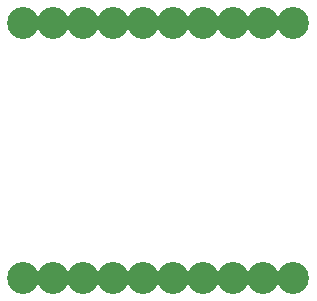
<source format=gbr>
%FSLAX32Y32*%
%MOMM*%
%LNMASQUESOUDURE2*%
G71*
G01*
%ADD10C, 2.70*%
%LPD*%
X989Y2353D02*
G54D10*
D03*
X1243Y2353D02*
G54D10*
D03*
X1497Y2353D02*
G54D10*
D03*
X1751Y2353D02*
G54D10*
D03*
X2005Y2353D02*
G54D10*
D03*
X2259Y2353D02*
G54D10*
D03*
X2513Y2353D02*
G54D10*
D03*
X2767Y2353D02*
G54D10*
D03*
X989Y194D02*
G54D10*
D03*
X1243Y194D02*
G54D10*
D03*
X1497Y194D02*
G54D10*
D03*
X1751Y194D02*
G54D10*
D03*
X2005Y194D02*
G54D10*
D03*
X2259Y194D02*
G54D10*
D03*
X2513Y194D02*
G54D10*
D03*
X2767Y194D02*
G54D10*
D03*
X735Y194D02*
G54D10*
D03*
X3021Y2353D02*
G54D10*
D03*
X735Y2353D02*
G54D10*
D03*
X3021Y194D02*
G54D10*
D03*
M02*

</source>
